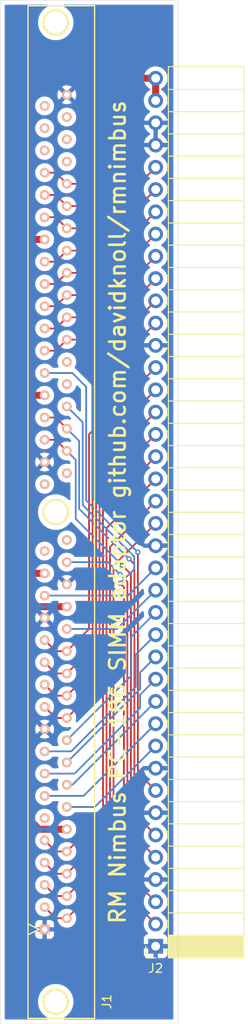
<source format=kicad_pcb>
(kicad_pcb (version 20240108) (generator "pcbnew") (generator_version "8.0")
  (layers (0 "F.Cu" signal) (31 "B.Cu" signal) (34 "B.Paste" user) (35 "F.Paste" user) (36 "B.SilkS" user "B.Silkscreen") (37 "F.SilkS" user "F.Silkscreen") (38 "B.Mask" user) (39 "F.Mask" user) (44 "Edge.Cuts" user))
  (net 0 "")
  (net 2 "/AD0")
  (net 3 "/AD5")
  (net 4 "VCC")
  (net 5 "/~{CASL}")
  (net 6 "/MA8")
  (net 7 "/MA2")
  (net 8 "/AD9")
  (net 9 "/AD1")
  (net 11 "/AD10")
  (net 12 "/~{WR}")
  (net 13 "GND")
  (net 14 "/~{RAS1B}")
  (net 15 "/AD11")
  (net 16 "/AD13")
  (net 17 "/AD2")
  (net 18 "/AD7")
  (net 19 "/AD14")
  (net 20 "/MA0")
  (net 22 "/AD8")
  (net 23 "/AD6")
  (net 24 "/~{CASH}")
  (net 25 "/AD12")
  (net 26 "/MA4")
  (net 31 "/MA1")
  (net 32 "/~{RAS0B}")
  (net 34 "/AD3")
  (net 35 "/AD4")
  (net 36 "/MA7")
  (net 38 "/AD15")
  (net 39 "/MA3")
  (net 42 "/MA5")
  (net 45 "/MA6")
  (footprint "Sockets:SIM72" (layer "F.Cu") (at 115.57 77.47 -90)
    (property "Reference" "J1" (at 55.88 -5.842 90) (layer "F.SilkS"))
    (property "Value" "SIMM72")
    (fp_line (start -57.785 3.175) (end 57.785 3.175) (stroke (width 0.15)) (layer "F.SilkS"))
    (fp_line (start 46.99 3.175) (end 47.625 1.905) (stroke (width 0.15)) (layer "F.SilkS"))
    (fp_line (start 57.785 3.175) (end 57.785 -4.445) (stroke (width 0.15)) (layer "F.SilkS"))
    (fp_line (start 47.625 1.905) (end 48.26 3.175) (stroke (width 0.15)) (layer "F.SilkS"))
    (fp_line (start -57.785 -4.445) (end -57.785 3.175) (stroke (width 0.15)) (layer "F.SilkS"))
    (fp_line (start 57.785 -4.445) (end -57.785 -4.445) (stroke (width 0.15)) (layer "F.SilkS"))
    (pad "" thru_hole circle (at -55.88 0 270) (size 3.048 3.048) (drill 2.54) (layers "*.Cu" "*.Mask" "F.SilkS"))
    (pad "" thru_hole circle (at 0 0 270) (size 3.048 3.048) (drill 2.54) (layers "*.Cu" "*.Mask" "F.SilkS"))
    (pad "" thru_hole circle (at 55.88 0 270) (size 3.048 3.048) (drill 2.54) (layers "*.Cu" "*.Mask" "F.SilkS"))
    (pad "1" thru_hole rect (at 47.625 1.27 270) (size 1.143 1.143) (drill 0.635) (layers "*.Cu" "*.SilkS" "*.Mask") (net 13 "GND"))
    (pad "2" thru_hole circle (at 46.355 -1.27 270) (size 1.143 1.143) (drill 0.635) (layers "*.Cu" "*.SilkS" "*.Mask") (net 2 "/AD0"))
    (pad "3" thru_hole circle (at 45.085 1.27 270) (size 1.143 1.143) (drill 0.635) (layers "*.Cu" "*.SilkS" "*.Mask") (net 2 "/AD0"))
    (pad "4" thru_hole circle (at 43.815 -1.27 270) (size 1.143 1.143) (drill 0.635) (layers "*.Cu" "*.SilkS" "*.Mask") (net 9 "/AD1"))
    (pad "5" thru_hole circle (at 42.545 1.27 270) (size 1.143 1.143) (drill 0.635) (layers "*.Cu" "*.SilkS" "*.Mask") (net 9 "/AD1"))
    (pad "6" thru_hole circle (at 41.275 -1.27 270) (size 1.143 1.143) (drill 0.635) (layers "*.Cu" "*.SilkS" "*.Mask") (net 17 "/AD2"))
    (pad "7" thru_hole circle (at 40.005 1.27 270) (size 1.143 1.143) (drill 0.635) (layers "*.Cu" "*.SilkS" "*.Mask") (net 17 "/AD2"))
    (pad "8" thru_hole circle (at 38.735 -1.27 270) (size 1.143 1.143) (drill 0.635) (layers "*.Cu" "*.SilkS" "*.Mask") (net 34 "/AD3"))
    (pad "9" thru_hole circle (at 37.465 1.27 270) (size 1.143 1.143) (drill 0.635) (layers "*.Cu" "*.SilkS" "*.Mask") (net 34 "/AD3"))
    (pad "10" thru_hole circle (at 36.195 -1.27 270) (size 1.143 1.143) (drill 0.635) (layers "*.Cu" "*.SilkS" "*.Mask") (net 4 "VCC"))
    (pad "11" thru_hole circle (at 34.925 1.27 270) (size 1.143 1.143) (drill 0.635) (layers "*.Cu" "*.SilkS" "*.Mask"))
    (pad "12" thru_hole circle (at 33.655 -1.27 270) (size 1.143 1.143) (drill 0.635) (layers "*.Cu" "*.SilkS" "*.Mask") (net 20 "/MA0"))
    (pad "13" thru_hole circle (at 32.385 1.27 270) (size 1.143 1.143) (drill 0.635) (layers "*.Cu" "*.SilkS" "*.Mask") (net 31 "/MA1"))
    (pad "14" thru_hole circle (at 31.115 -1.27 270) (size 1.143 1.143) (drill 0.635) (layers "*.Cu" "*.SilkS" "*.Mask") (net 7 "/MA2"))
    (pad "15" thru_hole circle (at 29.845 1.27 270) (size 1.143 1.143) (drill 0.635) (layers "*.Cu" "*.SilkS" "*.Mask") (net 39 "/MA3"))
    (pad "16" thru_hole circle (at 28.575 -1.27 270) (size 1.143 1.143) (drill 0.635) (layers "*.Cu" "*.SilkS" "*.Mask") (net 26 "/MA4"))
    (pad "17" thru_hole circle (at 27.305 1.27 270) (size 1.143 1.143) (drill 0.635) (layers "*.Cu" "*.SilkS" "*.Mask") (net 42 "/MA5"))
    (pad "18" thru_hole circle (at 26.035 -1.27 270) (size 1.143 1.143) (drill 0.635) (layers "*.Cu" "*.SilkS" "*.Mask") (net 45 "/MA6"))
    (pad "19" thru_hole circle (at 24.765 1.27 270) (size 1.143 1.143) (drill 0.635) (layers "*.Cu" "*.SilkS" "*.Mask") (net 13 "GND"))
    (pad "20" thru_hole circle (at 23.495 -1.27 270) (size 1.143 1.143) (drill 0.635) (layers "*.Cu" "*.SilkS" "*.Mask") (net 35 "/AD4"))
    (pad "21" thru_hole circle (at 22.225 1.27 270) (size 1.143 1.143) (drill 0.635) (layers "*.Cu" "*.SilkS" "*.Mask") (net 35 "/AD4"))
    (pad "22" thru_hole circle (at 20.955 -1.27 270) (size 1.143 1.143) (drill 0.635) (layers "*.Cu" "*.SilkS" "*.Mask") (net 3 "/AD5"))
    (pad "23" thru_hole circle (at 19.685 1.27 270) (size 1.143 1.143) (drill 0.635) (layers "*.Cu" "*.SilkS" "*.Mask") (net 3 "/AD5"))
    (pad "24" thru_hole circle (at 18.415 -1.27 270) (size 1.143 1.143) (drill 0.635) (layers "*.Cu" "*.SilkS" "*.Mask") (net 23 "/AD6"))
    (pad "25" thru_hole circle (at 17.145 1.27 270) (size 1.143 1.143) (drill 0.635) (layers "*.Cu" "*.SilkS" "*.Mask") (net 23 "/AD6"))
    (pad "26" thru_hole circle (at 15.875 -1.27 270) (size 1.143 1.143) (drill 0.635) (layers "*.Cu" "*.SilkS" "*.Mask") (net 18 "/AD7"))
    (pad "27" thru_hole circle (at 14.605 1.27 270) (size 1.143 1.143) (drill 0.635) (layers "*.Cu" "*.SilkS" "*.Mask") (net 18 "/AD7"))
    (pad "28" thru_hole circle (at 13.335 -1.27 270) (size 1.143 1.143) (drill 0.635) (layers "*.Cu" "*.SilkS" "*.Mask") (net 36 "/MA7"))
    (pad "29" thru_hole circle (at 12.065 1.27 270) (size 1.143 1.143) (drill 0.635) (layers "*.Cu" "*.SilkS" "*.Mask") (net 13 "GND"))
    (pad "30" thru_hole circle (at 10.795 -1.27 270) (size 1.143 1.143) (drill 0.635) (layers "*.Cu" "*.SilkS" "*.Mask") (net 4 "VCC"))
    (pad "31" thru_hole circle (at 9.525 1.27 270) (size 1.143 1.143) (drill 0.635) (layers "*.Cu" "*.SilkS" "*.Mask") (net 6 "/MA8"))
    (pad "32" thru_hole circle (at 8.255 -1.27 270) (size 1.143 1.143) (drill 0.635) (layers "*.Cu" "*.SilkS" "*.Mask") (net 13 "GND"))
    (pad "33" thru_hole circle (at 6.985 1.27 270) (size 1.143 1.143) (drill 0.635) (layers "*.Cu" "*.SilkS" "*.Mask") (net 4 "VCC"))
    (pad "34" thru_hole circle (at 5.715 -1.27 270) (size 1.143 1.143) (drill 0.635) (layers "*.Cu" "*.SilkS" "*.Mask") (net 14 "/~{RAS1B}"))
    (pad "35" thru_hole circle (at 4.445 1.27 270) (size 1.143 1.143) (drill 0.635) (layers "*.Cu" "*.SilkS" "*.Mask"))
    (pad "36" thru_hole circle (at 3.175 -1.27 270) (size 1.143 1.143) (drill 0.635) (layers "*.Cu" "*.SilkS" "*.Mask"))
    (pad "37" thru_hole circle (at -3.175 1.27 270) (size 1.143 1.143) (drill 0.635) (layers "*.Cu" "*.SilkS" "*.Mask"))
    (pad "38" thru_hole circle (at -4.445 -1.27 270) (size 1.143 1.143) (drill 0.635) (layers "*.Cu" "*.SilkS" "*.Mask"))
    (pad "39" thru_hole circle (at -5.715 1.27 270) (size 1.143 1.143) (drill 0.635) (layers "*.Cu" "*.SilkS" "*.Mask") (net 13 "GND"))
    (pad "40" thru_hole circle (at -6.985 -1.27 270) (size 1.143 1.143) (drill 0.635) (layers "*.Cu" "*.SilkS" "*.Mask") (net 5 "/~{CASL}"))
    (pad "41" thru_hole circle (at -8.255 1.27 270) (size 1.143 1.143) (drill 0.635) (layers "*.Cu" "*.SilkS" "*.Mask") (net 5 "/~{CASL}"))
    (pad "42" thru_hole circle (at -9.525 -1.27 270) (size 1.143 1.143) (drill 0.635) (layers "*.Cu" "*.SilkS" "*.Mask") (net 24 "/~{CASH}"))
    (pad "43" thru_hole circle (at -10.795 1.27 270) (size 1.143 1.143) (drill 0.635) (layers "*.Cu" "*.SilkS" "*.Mask") (net 24 "/~{CASH}"))
    (pad "44" thru_hole circle (at -12.065 -1.27 270) (size 1.143 1.143) (drill 0.635) (layers "*.Cu" "*.SilkS" "*.Mask") (net 32 "/~{RAS0B}"))
    (pad "45" thru_hole circle (at -13.335 1.27 270) (size 1.143 1.143) (drill 0.635) (layers "*.Cu" "*.SilkS" "*.Mask") (net 4 "VCC"))
    (pad "46" thru_hole circle (at -14.605 -1.27 270) (size 1.143 1.143) (drill 0.635) (layers "*.Cu" "*.SilkS" "*.Mask"))
    (pad "47" thru_hole circle (at -15.875 1.27 270) (size 1.143 1.143) (drill 0.635) (layers "*.Cu" "*.SilkS" "*.Mask") (net 12 "/~{WR}"))
    (pad "48" thru_hole circle (at -17.145 -1.27 270) (size 1.143 1.143) (drill 0.635) (layers "*.Cu" "*.SilkS" "*.Mask"))
    (pad "49" thru_hole circle (at -18.415 1.27 270) (size 1.143 1.143) (drill 0.635) (layers "*.Cu" "*.SilkS" "*.Mask") (net 22 "/AD8"))
    (pad "50" thru_hole circle (at -19.685 -1.27 270) (size 1.143 1.143) (drill 0.635) (layers "*.Cu" "*.SilkS" "*.Mask") (net 22 "/AD8"))
    (pad "51" thru_hole circle (at -20.955 1.27 270) (size 1.143 1.143) (drill 0.635) (layers "*.Cu" "*.SilkS" "*.Mask") (net 8 "/AD9"))
    (pad "52" thru_hole circle (at -22.225 -1.27 270) (size 1.143 1.143) (drill 0.635) (layers "*.Cu" "*.SilkS" "*.Mask") (net 8 "/AD9"))
    (pad "53" thru_hole circle (at -23.495 1.27 270) (size 1.143 1.143) (drill 0.635) (layers "*.Cu" "*.SilkS" "*.Mask") (net 11 "/AD10"))
    (pad "54" thru_hole circle (at -24.765 -1.27 270) (size 1.143 1.143) (drill 0.635) (layers "*.Cu" "*.SilkS" "*.Mask") (net 11 "/AD10"))
    (pad "55" thru_hole circle (at -26.035 1.27 270) (size 1.143 1.143) (drill 0.635) (layers "*.Cu" "*.SilkS" "*.Mask") (net 15 "/AD11"))
    (pad "56" thru_hole circle (at -27.305 -1.27 270) (size 1.143 1.143) (drill 0.635) (layers "*.Cu" "*.SilkS" "*.Mask") (net 15 "/AD11"))
    (pad "57" thru_hole circle (at -28.575 1.27 270) (size 1.143 1.143) (drill 0.635) (layers "*.Cu" "*.SilkS" "*.Mask") (net 25 "/AD12"))
    (pad "58" thru_hole circle (at -29.845 -1.27 270) (size 1.143 1.143) (drill 0.635) (layers "*.Cu" "*.SilkS" "*.Mask") (net 25 "/AD12"))
    (pad "59" thru_hole circle (at -31.115 1.27 270) (size 1.143 1.143) (drill 0.635) (layers "*.Cu" "*.SilkS" "*.Mask") (net 4 "VCC"))
    (pad "60" thru_hole circle (at -32.385 -1.27 270) (size 1.143 1.143) (drill 0.635) (layers "*.Cu" "*.SilkS" "*.Mask") (net 16 "/AD13"))
    (pad "61" thru_hole circle (at -33.655 1.27 270) (size 1.143 1.143) (drill 0.635) (layers "*.Cu" "*.SilkS" "*.Mask") (net 16 "/AD13"))
    (pad "62" thru_hole circle (at -34.925 -1.27 270) (size 1.143 1.143) (drill 0.635) (layers "*.Cu" "*.SilkS" "*.Mask") (net 19 "/AD14"))
    (pad "63" thru_hole circle (at -36.195 1.27 270) (size 1.143 1.143) (drill 0.635) (layers "*.Cu" "*.SilkS" "*.Mask") (net 19 "/AD14"))
    (pad "64" thru_hole circle (at -37.465 -1.27 270) (size 1.143 1.143) (drill 0.635) (layers "*.Cu" "*.SilkS" "*.Mask") (net 38 "/AD15"))
    (pad "65" thru_hole circle (at -38.735 1.27 270) (size 1.143 1.143) (drill 0.635) (layers "*.Cu" "*.SilkS" "*.Mask") (net 38 "/AD15"))
    (pad "66" thru_hole circle (at -40.005 -1.27 270) (size 1.143 1.143) (drill 0.635) (layers "*.Cu" "*.SilkS" "*.Mask"))
    (pad "67" thru_hole circle (at -41.275 1.27 270) (size 1.143 1.143) (drill 0.635) (layers "*.Cu" "*.SilkS" "*.Mask"))
    (pad "68" thru_hole circle (at -42.545 -1.27 270) (size 1.143 1.143) (drill 0.635) (layers "*.Cu" "*.SilkS" "*.Mask"))
    (pad "69" thru_hole circle (at -43.815 1.27 270) (size 1.143 1.143) (drill 0.635) (layers "*.Cu" "*.SilkS" "*.Mask"))
    (pad "70" thru_hole circle (at -45.085 -1.27 270) (size 1.143 1.143) (drill 0.635) (layers "*.Cu" "*.SilkS" "*.Mask"))
    (pad "71" thru_hole circle (at -46.355 1.27 270) (size 1.143 1.143) (drill 0.635) (layers "*.Cu" "*.SilkS" "*.Mask"))
    (pad "72" thru_hole circle (at -47.625 -1.27 270) (size 1.143 1.143) (drill 0.635) (layers "*.Cu" "*.SilkS" "*.Mask") (net 13 "GND"))
  )
  (footprint "Connector_PinSocket_2.54mm:PinSocket_1x40_P2.54mm_Horizontal" (layer "F.Cu") (at 127 127.02 180)
    (property "Reference" "J2" (at 0 -2.52 360) (layer "F.SilkS"))
    (property "Value" "Nimbus")
    (fp_line (start 1.11 -1.33) (end 1.11 0) (stroke (width 0.12)) (layer "F.SilkS"))
    (fp_line (start 0 -1.33) (end 1.11 -1.33) (stroke (width 0.12)) (layer "F.SilkS"))
    (fp_line (start -1.46 99.42) (end -1.05 99.42) (stroke (width 0.12)) (layer "F.SilkS"))
    (fp_line (start -1.46 98.7) (end -1.05 98.7) (stroke (width 0.12)) (layer "F.SilkS"))
    (fp_line (start -1.46 96.88) (end -1.05 96.88) (stroke (width 0.12)) (layer "F.SilkS"))
    (fp_line (start -1.46 96.16) (end -1.05 96.16) (stroke (width 0.12)) (layer "F.SilkS"))
    (fp_line (start -1.46 94.34) (end -1.05 94.34) (stroke (width 0.12)) (layer "F.SilkS"))
    (fp_line (start -1.46 93.62) (end -1.05 93.62) (stroke (width 0.12)) (layer "F.SilkS"))
    (fp_line (start -1.46 91.8) (end -1.05 91.8) (stroke (width 0.12)) (layer "F.SilkS"))
    (fp_line (start -1.46 91.08) (end -1.05 91.08) (stroke (width 0.12)) (layer "F.SilkS"))
    (fp_line (start -1.46 89.26) (end -1.05 89.26) (stroke (width 0.12)) (layer "F.SilkS"))
    (fp_line (start -1.46 88.54) (end -1.05 88.54) (stroke (width 0.12)) (layer "F.SilkS"))
    (fp_line (start -1.46 86.72) (end -1.05 86.72) (stroke (width 0.12)) (layer "F.SilkS"))
    (fp_line (start -1.46 86) (end -1.05 86) (stroke (width 0.12)) (layer "F.SilkS"))
    (fp_line (start -1.46 84.18) (end -1.05 84.18) (stroke (width 0.12)) (layer "F.SilkS"))
    (fp_line (start -1.46 83.46) (end -1.05 83.46) (stroke (width 0.12)) (layer "F.SilkS"))
    (fp_line (start -1.46 81.64) (end -1.05 81.64) (stroke (width 0.12)) (layer "F.SilkS"))
    (fp_line (start -1.46 80.92) (end -1.05 80.92) (stroke (width 0.12)) (layer "F.SilkS"))
    (fp_line (start -1.46 79.1) (end -1.05 79.1) (stroke (width 0.12)) (layer "F.SilkS"))
    (fp_line (start -1.46 78.38) (end -1.05 78.38) (stroke (width 0.12)) (layer "F.SilkS"))
    (fp_line (start -1.46 76.56) (end -1.05 76.56) (stroke (width 0.12)) (layer "F.SilkS"))
    (fp_line (start -1.46 75.84) (end -1.05 75.84) (stroke (width 0.12)) (layer "F.SilkS"))
    (fp_line (start -1.46 74.02) (end -1.05 74.02) (stroke (width 0.12)) (layer "F.SilkS"))
    (fp_line (start -1.46 73.3) (end -1.05 73.3) (stroke (width 0.12)) (layer "F.SilkS"))
    (fp_line (start -1.46 71.48) (end -1.05 71.48) (stroke (width 0.12)) (layer "F.SilkS"))
    (fp_line (start -1.46 70.76) (end -1.05 70.76) (stroke (width 0.12)) (layer "F.SilkS"))
    (fp_line (start -1.46 68.94) (end -1.05 68.94) (stroke (width 0.12)) (layer "F.SilkS"))
    (fp_line (start -1.46 68.22) (end -1.05 68.22) (stroke (width 0.12)) (layer "F.SilkS"))
    (fp_line (start -1.46 66.4) (end -1.05 66.4) (stroke (width 0.12)) (layer "F.SilkS"))
    (fp_line (start -1.46 65.68) (end -1.05 65.68) (stroke (width 0.12)) (layer "F.SilkS"))
    (fp_line (start -1.46 63.86) (end -1.05 63.86) (stroke (width 0.12)) (layer "F.SilkS"))
    (fp_line (start -1.46 63.14) (end -1.05 63.14) (stroke (width 0.12)) (layer "F.SilkS"))
    (fp_line (start -1.46 61.32) (end -1.05 61.32) (stroke (width 0.12)) (layer "F.SilkS"))
    (fp_line (start -1.46 60.6) (end -1.05 60.6) (stroke (width 0.12)) (layer "F.SilkS"))
    (fp_line (start -1.46 58.78) (end -1.05 58.78) (stroke (width 0.12)) (layer "F.SilkS"))
    (fp_line (start -1.46 58.06) (end -1.05 58.06) (stroke (width 0.12)) (layer "F.SilkS"))
    (fp_line (start -1.46 56.24) (end -1.05 56.24) (stroke (width 0.12)) (layer "F.SilkS"))
    (fp_line (start -1.46 55.52) (end -1.05 55.52) (stroke (width 0.12)) (layer "F.SilkS"))
    (fp_line (start -1.46 53.7) (end -1.05 53.7) (stroke (width 0.12)) (layer "F.SilkS"))
    (fp_line (start -1.46 52.98) (end -1.05 52.98) (stroke (width 0.12)) (layer "F.SilkS"))
    (fp_line (start -1.46 51.16) (end -1.05 51.16) (stroke (width 0.12)) (layer "F.SilkS"))
    (fp_line (start -1.46 50.44) (end -1.05 50.44) (stroke (width 0.12)) (layer "F.SilkS"))
    (fp_line (start -1.46 48.62) (end -1.05 48.62) (stroke (width 0.12)) (layer "F.SilkS"))
    (fp_line (start -1.46 47.9) (end -1.05 47.9) (stroke (width 0.12)) (layer "F.SilkS"))
    (fp_line (start -1.46 46.08) (end -1.05 46.08) (stroke (width 0.12)) (layer "F.SilkS"))
    (fp_line (start -1.46 45.36) (end -1.05 45.36) (stroke (width 0.12)) (layer "F.SilkS"))
    (fp_line (start -1.46 43.54) (end -1.05 43.54) (stroke (width 0.12)) (layer "F.SilkS"))
    (fp_line (start -1.46 42.82) (end -1.05 42.82) (stroke (width 0.12)) (layer "F.SilkS"))
    (fp_line (start -1.46 41) (end -1.05 41) (stroke (width 0.12)) (layer "F.SilkS"))
    (fp_line (start -1.46 40.28) (end -1.05 40.28) (stroke (width 0.12)) (layer "F.SilkS"))
    (fp_line (start -1.46 38.46) (end -1.05 38.46) (stroke (width 0.12)) (layer "F.SilkS"))
    (fp_line (start -1.46 37.74) (end -1.05 37.74) (stroke (width 0.12)) (layer "F.SilkS"))
    (fp_line (start -1.46 35.92) (end -1.05 35.92) (stroke (width 0.12)) (layer "F.SilkS"))
    (fp_line (start -1.46 35.2) (end -1.05 35.2) (stroke (width 0.12)) (layer "F.SilkS"))
    (fp_line (start -1.46 33.38) (end -1.05 33.38) (stroke (width 0.12)) (layer "F.SilkS"))
    (fp_line (start -1.46 32.66) (end -1.05 32.66) (stroke (width 0.12)) (layer "F.SilkS"))
    (fp_line (start -1.46 30.84) (end -1.05 30.84) (stroke (width 0.12)) (layer "F.SilkS"))
    (fp_line (start -1.46 30.12) (end -1.05 30.12) (stroke (width 0.12)) (layer "F.SilkS"))
    (fp_line (start -1.46 28.3) (end -1.05 28.3) (stroke (width 0.12)) (layer "F.SilkS"))
    (fp_line (start -1.46 27.58) (end -1.05 27.58) (stroke (width 0.12)) (layer "F.SilkS"))
    (fp_line (start -1.46 25.76) (end -1.05 25.76) (stroke (width 0.12)) (layer "F.SilkS"))
    (fp_line (start -1.46 25.04) (end -1.05 25.04) (stroke (width 0.12)) (layer "F.SilkS"))
    (fp_line (start -1.46 23.22) (end -1.05 23.22) (stroke (width 0.12)) (layer "F.SilkS"))
    (fp_line (start -1.46 22.5) (end -1.05 22.5) (stroke (width 0.12)) (layer "F.SilkS"))
    (fp_line (start -1.46 20.68) (end -1.05 20.68) (stroke (width 0.12)) (layer "F.SilkS"))
    (fp_line (start -1.46 19.96) (end -1.05 19.96) (stroke (width 0.12)) (layer "F.SilkS"))
    (fp_line (start -1.46 18.14) (end -1.05 18.14) (stroke (width 0.12)) (layer "F.SilkS"))
    (fp_line (start -1.46 17.42) (end -1.05 17.42) (stroke (width 0.12)) (layer "F.SilkS"))
    (fp_line (start -1.46 15.6) (end -1.05 15.6) (stroke (width 0.12)) (layer "F.SilkS"))
    (fp_line (start -1.46 14.88) (end -1.05 14.88) (stroke (width 0.12)) (layer "F.SilkS"))
    (fp_line (start -1.46 13.06) (end -1.05 13.06) (stroke (width 0.12)) (layer "F.SilkS"))
    (fp_line (start -1.46 12.34) (end -1.05 12.34) (stroke (width 0.12)) (layer "F.SilkS"))
    (fp_line (start -1.46 10.52) (end -1.05 10.52) (stroke (width 0.12)) (layer "F.SilkS"))
    (fp_line (start -1.46 9.8) (end -1.05 9.8) (stroke (width 0.12)) (layer "F.SilkS"))
    (fp_line (start -1.46 7.98) (end -1.05 7.98) (stroke (width 0.12)) (layer "F.SilkS"))
    (fp_line (start -1.46 7.26) (end -1.05 7.26) (stroke (width 0.12)) (layer "F.SilkS"))
    (fp_line (start -1.46 5.44) (end -1.05 5.44) (stroke (width 0.12)) (layer "F.SilkS"))
    (fp_line (start -1.46 4.72) (end -1.05 4.72) (stroke (width 0.12)) (layer "F.SilkS"))
    (fp_line (start -1.46 2.9) (end -1.05 2.9) (stroke (width 0.12)) (layer "F.SilkS"))
    (fp_line (start -1.46 2.18) (end -1.05 2.18) (stroke (width 0.12)) (layer "F.SilkS"))
    (fp_line (start -1.46 0.36) (end -1.11 0.36) (stroke (width 0.12)) (layer "F.SilkS"))
    (fp_line (start -1.46 -0.36) (end -1.11 -0.36) (stroke (width 0.12)) (layer "F.SilkS"))
    (fp_line (start -1.46 -1.33) (end -1.46 100.39) (stroke (width 0.12)) (layer "F.SilkS"))
    (fp_line (start -10.09 100.39) (end -1.46 100.39) (stroke (width 0.12)) (layer "F.SilkS"))
    (fp_line (start -10.09 97.79) (end -1.46 97.79) (stroke (width 0.12)) (layer "F.SilkS"))
    (fp_line (start -10.09 95.25) (end -1.46 95.25) (stroke (width 0.12)) (layer "F.SilkS"))
    (fp_line (start -10.09 92.71) (end -1.46 92.71) (stroke (width 0.12)) (layer "F.SilkS"))
    (fp_line (start -10.09 90.17) (end -1.46 90.17) (stroke (width 0.12)) (layer "F.SilkS"))
    (fp_line (start -10.09 87.63) (end -1.46 87.63) (stroke (width 0.12)) (layer "F.SilkS"))
    (fp_line (start -10.09 85.09) (end -1.46 85.09) (stroke (width 0.12)) (layer "F.SilkS"))
    (fp_line (start -10.09 82.55) (end -1.46 82.55) (stroke (width 0.12)) (layer "F.SilkS"))
    (fp_line (start -10.09 80.01) (end -1.46 80.01) (stroke (width 0.12)) (layer "F.SilkS"))
    (fp_line (start -10.09 77.47) (end -1.46 77.47) (stroke (width 0.12)) (layer "F.SilkS"))
    (fp_line (start -10.09 74.93) (end -1.46 74.93) (stroke (width 0.12)) (layer "F.SilkS"))
    (fp_line (start -10.09 72.39) (end -1.46 72.39) (stroke (width 0.12)) (layer "F.SilkS"))
    (fp_line (start -10.09 69.85) (end -1.46 69.85) (stroke (width 0.12)) (layer "F.SilkS"))
    (fp_line (start -10.09 67.31) (end -1.46 67.31) (stroke (width 0.12)) (layer "F.SilkS"))
    (fp_line (start -10.09 64.77) (end -1.46 64.77) (stroke (width 0.12)) (layer "F.SilkS"))
    (fp_line (start -10.09 62.23) (end -1.46 62.23) (stroke (width 0.12)) (layer "F.SilkS"))
    (fp_line (start -10.09 59.69) (end -1.46 59.69) (stroke (width 0.12)) (layer "F.SilkS"))
    (fp_line (start -10.09 57.15) (end -1.46 57.15) (stroke (width 0.12)) (layer "F.SilkS"))
    (fp_line (start -10.09 54.61) (end -1.46 54.61) (stroke (width 0.12)) (layer "F.SilkS"))
    (fp_line (start -10.09 52.07) (end -1.46 52.07) (stroke (width 0.12)) (layer "F.SilkS"))
    (fp_line (start -10.09 49.53) (end -1.46 49.53) (stroke (width 0.12)) (layer "F.SilkS"))
    (fp_line (start -10.09 46.99) (end -1.46 46.99) (stroke (width 0.12)) (layer "F.SilkS"))
    (fp_line (start -10.09 44.45) (end -1.46 44.45) (stroke (width 0.12)) (layer "F.SilkS"))
    (fp_line (start -10.09 41.91) (end -1.46 41.91) (stroke (width 0.12)) (layer "F.SilkS"))
    (fp_line (start -10.09 39.37) (end -1.46 39.37) (stroke (width 0.12)) (layer "F.SilkS"))
    (fp_line (start -10.09 36.83) (end -1.46 36.83) (stroke (width 0.12)) (layer "F.SilkS"))
    (fp_line (start -10.09 34.29) (end -1.46 34.29) (stroke (width 0.12)) (layer "F.SilkS"))
    (fp_line (start -10.09 31.75) (end -1.46 31.75) (stroke (width 0.12)) (layer "F.SilkS"))
    (fp_line (start -10.09 29.21) (end -1.46 29.21) (stroke (width 0.12)) (layer "F.SilkS"))
    (fp_line (start -10.09 26.67) (end -1.46 26.67) (stroke (width 0.12)) (layer "F.SilkS"))
    (fp_line (start -10.09 24.13) (end -1.46 24.13) (stroke (width 0.12)) (layer "F.SilkS"))
    (fp_line (start -10.09 21.59) (end -1.46 21.59) (stroke (width 0.12)) (layer "F.SilkS"))
    (fp_line (start -10.09 19.05) (end -1.46 19.05) (stroke (width 0.12)) (layer "F.SilkS"))
    (fp_line (start -10.09 16.51) (end -1.46 16.51) (stroke (width 0.12)) (layer "F.SilkS"))
    (fp_line (start -10.09 13.97) (end -1.46 13.97) (stroke (width 0.12)) (layer "F.SilkS"))
    (fp_line (start -10.09 11.43) (end -1.46 11.43) (stroke (width 0.12)) (layer "F.SilkS"))
    (fp_line (start -10.09 8.89) (end -1.46 8.89) (stroke (width 0.12)) (layer "F.SilkS"))
    (fp_line (start -10.09 6.35) (end -1.46 6.35) (stroke (width 0.12)) (layer "F.SilkS"))
    (fp_line (start -10.09 3.81) (end -1.46 3.81) (stroke (width 0.12)) (layer "F.SilkS"))
    (fp_line (start -10.09 1.27) (end -1.46 1.27) (stroke (width 0.12)) (layer "F.SilkS"))
    (fp_line (start -10.09 1.1519) (end -1.46 1.1519) (stroke (width 0.12)) (layer "F.SilkS"))
    (fp_line (start -10.09 1.033805) (end -1.46 1.033805) (stroke (width 0.12)) (layer "F.SilkS"))
    (fp_line (start -10.09 0.91571) (end -1.46 0.91571) (stroke (width 0.12)) (layer "F.SilkS"))
    (fp_line (start -10.09 0.797615) (end -1.46 0.797615) (stroke (width 0.12)) (layer "F.SilkS"))
    (fp_line (start -10.09 0.67952) (end -1.46 0.67952) (stroke (width 0.12)) (layer "F.SilkS"))
    (fp_line (start -10.09 0.561425) (end -1.46 0.561425) (stroke (width 0.12)) (layer "F.SilkS"))
    (fp_line (start -10.09 0.44333) (end -1.46 0.44333) (stroke (width 0.12)) (layer "F.SilkS"))
    (fp_line (start -10.09 0.325235) (end -1.46 0.325235) (stroke (width 0.12)) (layer "F.SilkS"))
    (fp_line (start -10.09 0.20714) (end -1.46 0.20714) (stroke (width 0.12)) (layer "F.SilkS"))
    (fp_line (start -10.09 0.089045) (end -1.46 0.089045) (stroke (width 0.12)) (layer "F.SilkS"))
    (fp_line (start -10.09 -0.02905) (end -1.46 -0.02905) (stroke (width 0.12)) (layer "F.SilkS"))
    (fp_line (start -10.09 -0.147145) (end -1.46 -0.147145) (stroke (width 0.12)) (layer "F.SilkS"))
    (fp_line (start -10.09 -0.26524) (end -1.46 -0.26524) (stroke (width 0.12)) (layer "F.SilkS"))
    (fp_line (start -10.09 -0.383335) (end -1.46 -0.383335) (stroke (width 0.12)) (layer "F.SilkS"))
    (fp_line (start -10.09 -0.50143) (end -1.46 -0.50143) (stroke (width 0.12)) (layer "F.SilkS"))
    (fp_line (start -10.09 -0.619525) (end -1.46 -0.619525) (stroke (width 0.12)) (layer "F.SilkS"))
    (fp_line (start -10.09 -0.73762) (end -1.46 -0.73762) (stroke (width 0.12)) (layer "F.SilkS"))
    (fp_line (start -10.09 -0.855715) (end -1.46 -0.855715) (stroke (width 0.12)) (layer "F.SilkS"))
    (fp_line (start -10.09 -0.97381) (end -1.46 -0.97381) (stroke (width 0.12)) (layer "F.SilkS"))
    (fp_line (start -10.09 -1.091905) (end -1.46 -1.091905) (stroke (width 0.12)) (layer "F.SilkS"))
    (fp_line (start -10.09 -1.21) (end -1.46 -1.21) (stroke (width 0.12)) (layer "F.SilkS"))
    (fp_line (start -10.09 -1.33) (end -1.46 -1.33) (stroke (width 0.12)) (layer "F.SilkS"))
    (fp_line (start -10.09 -1.33) (end -10.09 100.39) (stroke (width 0.12)) (layer "F.SilkS"))
    (pad "1" thru_hole rect (at 0 0 180) (size 1.7 1.7) (drill 1) (layers "*.Cu" "*.Mask") (net 13 "GND"))
    (pad "2" thru_hole oval (at 0 2.54 180) (size 1.7 1.7) (drill 1) (layers "*.Cu" "*.Mask") (net 32 "/~{RAS0B}"))
    (pad "3" thru_hole oval (at 0 5.08 180) (size 1.7 1.7) (drill 1) (layers "*.Cu" "*.Mask") (net 14 "/~{RAS1B}"))
    (pad "4" thru_hole oval (at 0 7.62 180) (size 1.7 1.7) (drill 1) (layers "*.Cu" "*.Mask") (net 13 "GND"))
    (pad "5" thru_hole oval (at 0 10.16 180) (size 1.7 1.7) (drill 1) (layers "*.Cu" "*.Mask") (net 5 "/~{CASL}"))
    (pad "6" thru_hole oval (at 0 12.7 180) (size 1.7 1.7) (drill 1) (layers "*.Cu" "*.Mask") (net 24 "/~{CASH}"))
    (pad "7" thru_hole oval (at 0 15.24 180) (size 1.7 1.7) (drill 1) (layers "*.Cu" "*.Mask") (net 13 "GND"))
    (pad "8" thru_hole oval (at 0 17.78 180) (size 1.7 1.7) (drill 1) (layers "*.Cu" "*.Mask") (net 12 "/~{WR}"))
    (pad "9" thru_hole oval (at 0 20.32 180) (size 1.7 1.7) (drill 1) (layers "*.Cu" "*.Mask") (net 13 "GND"))
    (pad "10" thru_hole oval (at 0 22.86 180) (size 1.7 1.7) (drill 1) (layers "*.Cu" "*.Mask") (net 20 "/MA0"))
    (pad "11" thru_hole oval (at 0 25.4 180) (size 1.7 1.7) (drill 1) (layers "*.Cu" "*.Mask") (net 31 "/MA1"))
    (pad "12" thru_hole oval (at 0 27.94 180) (size 1.7 1.7) (drill 1) (layers "*.Cu" "*.Mask") (net 7 "/MA2"))
    (pad "13" thru_hole oval (at 0 30.48 180) (size 1.7 1.7) (drill 1) (layers "*.Cu" "*.Mask") (net 39 "/MA3"))
    (pad "14" thru_hole oval (at 0 33.02 180) (size 1.7 1.7) (drill 1) (layers "*.Cu" "*.Mask") (net 26 "/MA4"))
    (pad "15" thru_hole oval (at 0 35.56 180) (size 1.7 1.7) (drill 1) (layers "*.Cu" "*.Mask") (net 42 "/MA5"))
    (pad "16" thru_hole oval (at 0 38.1 180) (size 1.7 1.7) (drill 1) (layers "*.Cu" "*.Mask") (net 45 "/MA6"))
    (pad "17" thru_hole oval (at 0 40.64 180) (size 1.7 1.7) (drill 1) (layers "*.Cu" "*.Mask") (net 36 "/MA7"))
    (pad "18" thru_hole oval (at 0 43.18 180) (size 1.7 1.7) (drill 1) (layers "*.Cu" "*.Mask") (net 6 "/MA8"))
    (pad "19" thru_hole oval (at 0 45.72 180) (size 1.7 1.7) (drill 1) (layers "*.Cu" "*.Mask") (net 13 "GND"))
    (pad "20" thru_hole oval (at 0 48.26 180) (size 1.7 1.7) (drill 1) (layers "*.Cu" "*.Mask") (net 2 "/AD0"))
    (pad "21" thru_hole oval (at 0 50.8 180) (size 1.7 1.7) (drill 1) (layers "*.Cu" "*.Mask") (net 9 "/AD1"))
    (pad "22" thru_hole oval (at 0 53.34 180) (size 1.7 1.7) (drill 1) (layers "*.Cu" "*.Mask") (net 17 "/AD2"))
    (pad "23" thru_hole oval (at 0 55.88 180) (size 1.7 1.7) (drill 1) (layers "*.Cu" "*.Mask") (net 34 "/AD3"))
    (pad "24" thru_hole oval (at 0 58.42 180) (size 1.7 1.7) (drill 1) (layers "*.Cu" "*.Mask") (net 35 "/AD4"))
    (pad "25" thru_hole oval (at 0 60.96 180) (size 1.7 1.7) (drill 1) (layers "*.Cu" "*.Mask") (net 3 "/AD5"))
    (pad "26" thru_hole oval (at 0 63.5 180) (size 1.7 1.7) (drill 1) (layers "*.Cu" "*.Mask") (net 23 "/AD6"))
    (pad "27" thru_hole oval (at 0 66.04 180) (size 1.7 1.7) (drill 1) (layers "*.Cu" "*.Mask") (net 18 "/AD7"))
    (pad "28" thru_hole oval (at 0 68.58 180) (size 1.7 1.7) (drill 1) (layers "*.Cu" "*.Mask") (net 13 "GND"))
    (pad "29" thru_hole oval (at 0 71.12 180) (size 1.7 1.7) (drill 1) (layers "*.Cu" "*.Mask") (net 22 "/AD8"))
    (pad "30" thru_hole oval (at 0 73.66 180) (size 1.7 1.7) (drill 1) (layers "*.Cu" "*.Mask") (net 8 "/AD9"))
    (pad "31" thru_hole oval (at 0 76.2 180) (size 1.7 1.7) (drill 1) (layers "*.Cu" "*.Mask") (net 11 "/AD10"))
    (pad "32" thru_hole oval (at 0 78.74 180) (size 1.7 1.7) (drill 1) (layers "*.Cu" "*.Mask") (net 15 "/AD11"))
    (pad "33" thru_hole oval (at 0 81.28 180) (size 1.7 1.7) (drill 1) (layers "*.Cu" "*.Mask") (net 25 "/AD12"))
    (pad "34" thru_hole oval (at 0 83.82 180) (size 1.7 1.7) (drill 1) (layers "*.Cu" "*.Mask") (net 16 "/AD13"))
    (pad "35" thru_hole oval (at 0 86.36 180) (size 1.7 1.7) (drill 1) (layers "*.Cu" "*.Mask") (net 19 "/AD14"))
    (pad "36" thru_hole oval (at 0 88.9 180) (size 1.7 1.7) (drill 1) (layers "*.Cu" "*.Mask") (net 38 "/AD15"))
    (pad "37" thru_hole oval (at 0 91.44 180) (size 1.7 1.7) (drill 1) (layers "*.Cu" "*.Mask") (net 13 "GND"))
    (pad "38" thru_hole oval (at 0 93.98 180) (size 1.7 1.7) (drill 1) (layers "*.Cu" "*.Mask") (net 13 "GND"))
    (pad "39" thru_hole oval (at 0 96.52 180) (size 1.7 1.7) (drill 1) (layers "*.Cu" "*.Mask") (net 4 "VCC"))
    (pad "40" thru_hole oval (at 0 99.06 180) (size 1.7 1.7) (drill 1) (layers "*.Cu" "*.Mask") (net 4 "VCC"))
  )
  (gr_rect (start 109.22 19.05) (end 129.54 135.89) (stroke (width 0.05)) (fill none) (layer "Edge.Cuts"))
  (gr_text "RM Nimbus PC-186 SIMM adaptor github.com/davidknoll/rmnimbus" (at 123.698 77.47 90) (layer "F.SilkS") (effects (font (size 1.8 1.8) (thickness 0.3) (bold yes)) (justify bottom)))
  (segment (start 122.18 83.58) (end 122.18 118.485) (width 0.2) (layer "F.Cu") (net 2))
  (segment (start 115.57 123.825) (end 114.3 122.555) (width 0.2) (layer "F.Cu") (net 2))
  (segment (start 116.84 123.825) (end 115.57 123.825) (width 0.2) (layer "F.Cu") (net 2))
  (segment (start 127 78.76) (end 122.18 83.58) (width 0.2) (layer "F.Cu") (net 2))
  (segment (start 122.18 118.485) (end 116.84 123.825) (width 0.2) (layer "F.Cu") (net 2))
  (segment (start 127 66.06) (end 120.18 72.88) (width 0.2) (layer "F.Cu") (net 3))
  (segment (start 115.57 98.425) (end 114.3 97.155) (width 0.2) (layer "F.Cu") (net 3))
  (segment (start 120.18 72.88) (end 120.18 95.085) (width 0.2) (layer "F.Cu") (net 3))
  (segment (start 120.18 95.085) (end 116.84 98.425) (width 0.2) (layer "F.Cu") (net 3))
  (segment (start 116.84 98.425) (end 115.57 98.425) (width 0.2) (layer "F.Cu") (net 3))
  (segment (start 114.3 46.355) (end 111.887 46.355) (width 0.8) (layer "F.Cu") (net 4))
  (segment (start 114.28 27.96) (end 111.76 30.48) (width 0.8) (layer "F.Cu") (net 4))
  (segment (start 111.76 84.582) (end 111.76 88.392) (width 0.8) (layer "F.Cu") (net 4))
  (segment (start 111.76 111.76) (end 113.665 113.665) (width 0.8) (layer "F.Cu") (net 4))
  (segment (start 127 27.96) (end 114.28 27.96) (width 0.8) (layer "F.Cu") (net 4))
  (segment (start 111.887 88.265) (end 111.76 88.392) (width 0.8) (layer "F.Cu") (net 4))
  (segment (start 111.887 84.455) (end 111.76 84.582) (width 0.8) (layer "F.Cu") (net 4))
  (segment (start 114.3 64.135) (end 111.887 64.135) (width 0.8) (layer "F.Cu") (net 4))
  (segment (start 113.665 113.665) (end 116.84 113.665) (width 0.8) (layer "F.Cu") (net 4))
  (segment (start 116.84 88.265) (end 111.887 88.265) (width 0.8) (layer "F.Cu") (net 4))
  (segment (start 114.3 84.455) (end 111.887 84.455) (width 0.8) (layer "F.Cu") (net 4))
  (segment (start 111.887 64.135) (end 111.76 64.262) (width 0.8) (layer "F.Cu") (net 4))
  (segment (start 111.76 88.392) (end 111.76 111.76) (width 0.8) (layer "F.Cu") (net 4))
  (segment (start 127 27.96) (end 127 30.5) (width 0.8) (layer "F.Cu") (net 4))
  (segment (start 111.76 30.48) (end 111.76 46.482) (width 0.8) (layer "F.Cu") (net 4))
  (segment (start 111.76 64.262) (end 111.76 84.582) (width 0.8) (layer "F.Cu") (net 4))
  (segment (start 111.887 46.355) (end 111.76 46.482) (width 0.8) (layer "F.Cu") (net 4))
  (segment (start 111.76 46.482) (end 111.76 64.262) (width 0.8) (layer "F.Cu") (net 4))
  (segment (start 115.57 69.215) (end 116.84 70.485) (width 0.2) (layer "F.Cu") (net 5))
  (segment (start 124.168 84.544) (end 124.168 114.028) (width 0.2) (layer "F.Cu") (net 5))
  (segment (start 123.19 83.566) (end 124.168 84.544) (width 0.2) (layer "F.Cu") (net 5))
  (segment (start 114.3 69.215) (end 115.57 69.215) (width 0.2) (layer "F.Cu") (net 5))
  (segment (start 124.168 114.028) (end 127 116.86) (width 0.2) (layer "F.Cu") (net 5))
  (via (at 123.19 83.566) (size 0.6) (drill 0.3) (layers "F.Cu" "B.Cu") (net 5))
  (segment (start 117.856 78.232) (end 117.856 71.501) (width 0.2) (layer "B.Cu") (net 5))
  (segment (start 123.19 83.566) (end 117.856 78.232) (width 0.2) (layer "B.Cu") (net 5))
  (segment (start 117.856 71.501) (end 116.84 70.485) (width 0.2) (layer "B.Cu") (net 5))
  (segment (start 123.845 86.995) (end 127 83.84) (width 0.2) (layer "B.Cu") (net 6))
  (segment (start 114.3 86.995) (end 123.845 86.995) (width 0.2) (layer "B.Cu") (net 6))
  (segment (start 127 99.08) (end 117.495 108.585) (width 0.2) (layer "B.Cu") (net 7))
  (segment (start 117.495 108.585) (end 116.84 108.585) (width 0.2) (layer "B.Cu") (net 7))
  (segment (start 114.3 56.515) (end 115.57 56.515) (width 0.2) (layer "F.Cu") (net 8))
  (segment (start 116.84 55.245) (end 125.115 55.245) (width 0.2) (layer "F.Cu") (net 8))
  (segment (start 125.115 55.245) (end 127 53.36) (width 0.2) (layer "F.Cu") (net 8))
  (segment (start 115.57 56.515) (end 116.84 55.245) (width 0.2) (layer "F.Cu") (net 8))
  (segment (start 121.78 81.44) (end 121.78 116.345) (width 0.2) (layer "F.Cu") (net 9))
  (segment (start 127 76.22) (end 121.78 81.44) (width 0.2) (layer "F.Cu") (net 9))
  (segment (start 115.57 121.285) (end 114.3 120.015) (width 0.2) (layer "F.Cu") (net 9))
  (segment (start 116.84 121.285) (end 115.57 121.285) (width 0.2) (layer "F.Cu") (net 9))
  (segment (start 121.78 116.345) (end 116.84 121.285) (width 0.2) (layer "F.Cu") (net 9))
  (segment (start 114.3 53.975) (end 115.57 53.975) (width 0.2) (layer "F.Cu") (net 11))
  (segment (start 115.57 53.975) (end 116.84 52.705) (width 0.2) (layer "F.Cu") (net 11))
  (segment (start 125.115 52.705) (end 127 50.82) (width 0.2) (layer "F.Cu") (net 11))
  (segment (start 116.84 52.705) (end 125.115 52.705) (width 0.2) (layer "F.Cu") (net 11))
  (segment (start 124.968 107.208) (end 127 109.24) (width 0.2) (layer "F.Cu") (net 12))
  (segment (start 124.968 82.042) (end 124.968 107.208) (width 0.2) (layer "F.Cu") (net 12))
  (via (at 124.968 82.042) (size 0.6) (drill 0.3) (layers "F.Cu" "B.Cu") (net 12))
  (segment (start 117.475 61.595) (end 114.3 61.595) (width 0.2) (layer "B.Cu") (net 12))
  (segment (start 124.968 82.042) (end 119.056 76.13) (width 0.2) (layer "B.Cu") (net 12))
  (segment (start 119.056 76.13) (end 119.056 63.176) (width 0.2) (layer "B.Cu") (net 12))
  (segment (start 119.056 63.176) (end 117.475 61.595) (width 0.2) (layer "B.Cu") (net 12))
  (segment (start 123.768 85.414) (end 123.768 118.708) (width 0.2) (layer "F.Cu") (net 14))
  (segment (start 123.768 118.708) (end 127 121.94) (width 0.2) (layer "F.Cu") (net 14))
  (segment (start 122.936 84.582) (end 123.768 85.414) (width 0.2) (layer "F.Cu") (net 14))
  (via (at 122.936 84.582) (size 0.6) (drill 0.3) (layers "F.Cu" "B.Cu") (net 14))
  (segment (start 121.539 83.185) (end 116.84 83.185) (width 0.2) (layer "B.Cu") (net 14))
  (segment (start 122.936 84.582) (end 121.539 83.185) (width 0.2) (layer "B.Cu") (net 14))
  (segment (start 115.57 51.435) (end 116.84 50.165) (width 0.2) (layer "F.Cu") (net 15))
  (segment (start 125.115 50.165) (end 127 48.28) (width 0.2) (layer "F.Cu") (net 15))
  (segment (start 116.84 50.165) (end 125.115 50.165) (width 0.2) (layer "F.Cu") (net 15))
  (segment (start 114.3 51.435) (end 115.57 51.435) (width 0.2) (layer "F.Cu") (net 15))
  (segment (start 125.115 45.085) (end 127 43.2) (width 0.2) (layer "F.Cu") (net 16))
  (segment (start 116.84 45.085) (end 125.115 45.085) (width 0.2) (layer "F.Cu") (net 16))
  (segment (start 115.57 43.815) (end 116.84 45.085) (width 0.2) (layer "F.Cu") (net 16))
  (segment (start 114.3 43.815) (end 115.57 43.815) (width 0.2) (layer "F.Cu") (net 16))
  (segment (start 121.38 79.3) (end 121.38 114.205) (width 0.2) (layer "F.Cu") (net 17))
  (segment (start 116.84 118.745) (end 115.57 118.745) (width 0.2) (layer "F.Cu") (net 17))
  (segment (start 115.57 118.745) (end 114.3 117.475) (width 0.2) (layer "F.Cu") (net 17))
  (segment (start 127 73.68) (end 121.38 79.3) (width 0.2) (layer "F.Cu") (net 17))
  (segment (start 121.38 114.205) (end 116.84 118.745) (width 0.2) (layer "F.Cu") (net 17))
  (segment (start 119.38 68.6) (end 119.38 90.805) (width 0.2) (layer "F.Cu") (net 18))
  (segment (start 119.38 90.805) (end 116.84 93.345) (width 0.2) (layer "F.Cu") (net 18))
  (segment (start 116.84 93.345) (end 115.57 93.345) (width 0.2) (layer "F.Cu") (net 18))
  (segment (start 115.57 93.345) (end 114.3 92.075) (width 0.2) (layer "F.Cu") (net 18))
  (segment (start 127 60.98) (end 119.38 68.6) (width 0.2) (layer "F.Cu") (net 18))
  (segment (start 114.3 41.275) (end 115.57 41.275) (width 0.2) (layer "F.Cu") (net 19))
  (segment (start 115.57 41.275) (end 116.84 42.545) (width 0.2) (layer "F.Cu") (net 19))
  (segment (start 116.84 42.545) (end 125.115 42.545) (width 0.2) (layer "F.Cu") (net 19))
  (segment (start 125.115 42.545) (end 127 40.66) (width 0.2) (layer "F.Cu") (net 19))
  (segment (start 116.84 111.125) (end 120.035 111.125) (width 0.2) (layer "B.Cu") (net 20))
  (segment (start 120.035 111.125) (end 127 104.16) (width 0.2) (layer "B.Cu") (net 20))
  (segment (start 115.57 59.055) (end 116.84 57.785) (width 0.2) (layer "F.Cu") (net 22))
  (segment (start 116.84 57.785) (end 125.115 57.785) (width 0.2) (layer "F.Cu") (net 22))
  (segment (start 125.115 57.785) (end 127 55.9) (width 0.2) (layer "F.Cu") (net 22))
  (segment (start 114.3 59.055) (end 115.57 59.055) (width 0.2) (layer "F.Cu") (net 22))
  (segment (start 119.78 92.945) (end 116.84 95.885) (width 0.2) (layer "F.Cu") (net 23))
  (segment (start 119.78 70.74) (end 119.78 92.945) (width 0.2) (layer "F.Cu") (net 23))
  (segment (start 115.57 95.885) (end 114.3 94.615) (width 0.2) (layer "F.Cu") (net 23))
  (segment (start 116.84 95.885) (end 115.57 95.885) (width 0.2) (layer "F.Cu") (net 23))
  (segment (start 127 63.52) (end 119.78 70.74) (width 0.2) (layer "F.Cu") (net 23))
  (segment (start 124.568 83.42) (end 123.952 82.804) (width 0.2) (layer "F.Cu") (net 24))
  (segment (start 114.3 66.675) (end 115.57 66.675) (width 0.2) (layer "F.Cu") (net 24))
  (segment (start 115.57 66.675) (end 116.84 67.945) (width 0.2) (layer "F.Cu") (net 24))
  (segment (start 124.568 111.888) (end 124.568 83.42) (width 0.2) (layer "F.Cu") (net 24))
  (segment (start 127 114.32) (end 124.568 111.888) (width 0.2) (layer "F.Cu") (net 24))
  (via (at 123.952 82.804) (size 0.6) (drill 0.3) (layers "F.Cu" "B.Cu") (net 24))
  (segment (start 118.256 69.361) (end 116.84 67.945) (width 0.2) (layer "B.Cu") (net 24))
  (segment (start 123.952 82.804) (end 118.256 77.108) (width 0.2) (layer "B.Cu") (net 24))
  (segment (start 118.256 77.108) (end 118.256 69.361) (width 0.2) (layer "B.Cu") (net 24))
  (segment (start 125.115 47.625) (end 127 45.74) (width 0.2) (layer "F.Cu") (net 25))
  (segment (start 115.57 48.895) (end 116.84 47.625) (width 0.2) (layer "F.Cu") (net 25))
  (segment (start 116.84 47.625) (end 125.115 47.625) (width 0.2) (layer "F.Cu") (net 25))
  (segment (start 114.3 48.895) (end 115.57 48.895) (width 0.2) (layer "F.Cu") (net 25))
  (segment (start 125.222 97.663) (end 125.222 95.778) (width 0.2) (layer "B.Cu") (net 26))
  (segment (start 125.222 95.778) (end 127 94) (width 0.2) (layer "B.Cu") (net 26))
  (segment (start 116.84 106.045) (end 125.222 97.663) (width 0.2) (layer "B.Cu") (net 26))
  (segment (start 114.3 109.855) (end 118.765 109.855) (width 0.2) (layer "B.Cu") (net 31))
  (segment (start 118.765 109.855) (end 127 101.62) (width 0.2) (layer "B.Cu") (net 31))
  (segment (start 123.368 120.848) (end 127 124.48) (width 0.2) (layer "F.Cu") (net 32))
  (segment (start 123.368 86.03) (end 123.368 120.848) (width 0.2) (layer "F.Cu") (net 32))
  (segment (start 122.936 85.598) (end 123.368 86.03) (width 0.2) (layer "F.Cu") (net 32))
  (via (at 122.936 85.598) (size 0.6) (drill 0.3) (layers "F.Cu" "B.Cu") (net 32))
  (segment (start 124.552 82.555471) (end 118.656 76.659471) (width 0.2) (layer "B.Cu") (net 32))
  (segment (start 118.656 67.221) (end 116.84 65.405) (width 0.2) (layer "B.Cu") (net 32))
  (segment (start 122.936 85.598) (end 124.552 83.982) (width 0.2) (layer "B.Cu") (net 32))
  (segment (start 118.656 76.659471) (end 118.656 67.221) (width 0.2) (layer "B.Cu") (net 32))
  (segment (start 124.552 83.982) (end 124.552 82.555471) (width 0.2) (layer "B.Cu") (net 32))
  (segment (start 120.98 77.16) (end 120.98 112.065) (width 0.2) (layer "F.Cu") (net 34))
  (segment (start 127 71.14) (end 120.98 77.16) (width 0.2) (layer "F.Cu") (net 34))
  (segment (start 120.98 112.065) (end 116.84 116.205) (width 0.2) (layer "F.Cu") (net 34))
  (segment (start 116.84 116.205) (end 115.57 116.205) (width 0.2) (layer "F.Cu") (net 34))
  (segment (start 115.57 116.205) (end 114.3 114.935) (width 0.2) (layer "F.Cu") (net 34))
  (segment (start 115.57 100.965) (end 114.3 99.695) (width 0.2) (layer "F.Cu") (net 35))
  (segment (start 120.58 97.225) (end 116.84 100.965) (width 0.2) (layer "F.Cu") (net 35))
  (segment (start 116.84 100.965) (end 115.57 100.965) (width 0.2) (layer "F.Cu") (net 35))
  (segment (start 120.58 75.02) (end 120.58 97.225) (width 0.2) (layer "F.Cu") (net 35))
  (segment (start 127 68.6) (end 120.58 75.02) (width 0.2) (layer "F.Cu") (net 35))
  (segment (start 116.84 90.805) (end 122.575 90.805) (width 0.2) (layer "B.Cu") (net 36))
  (segment (start 122.575 90.805) (end 127 86.38) (width 0.2) (layer "B.Cu") (net 36))
  (segment (start 114.3 38.735) (end 115.57 38.735) (width 0.2) (layer "F.Cu") (net 38))
  (segment (start 116.84 40.005) (end 125.115 40.005) (width 0.2) (layer "F.Cu") (net 38))
  (segment (start 115.57 38.735) (end 116.84 40.005) (width 0.2) (layer "F.Cu") (net 38))
  (segment (start 125.115 40.005) (end 127 38.12) (width 0.2) (layer "F.Cu") (net 38))
  (segment (start 125.222 98.318) (end 127 96.54) (width 0.2) (layer "B.Cu") (net 39))
  (segment (start 114.3 107.315) (end 117.729 107.315) (width 0.2) (layer "B.Cu") (net 39))
  (segment (start 125.222 99.822) (end 125.222 98.318) (width 0.2) (layer "B.Cu") (net 39))
  (segment (start 117.729 107.315) (end 125.222 99.822) (width 0.2) (layer "B.Cu") (net 39))
  (segment (start 124.714 97.409) (end 124.714 93.746) (width 0.2) (layer "B.Cu") (net 42))
  (segment (start 124.714 93.746) (end 127 91.46) (width 0.2) (layer "B.Cu") (net 42))
  (segment (start 117.348 104.775) (end 124.714 97.409) (width 0.2) (layer "B.Cu") (net 42))
  (segment (start 114.3 104.775) (end 117.348 104.775) (width 0.2) (layer "B.Cu") (net 42))
  (segment (start 124.206 91.714) (end 127 88.92) (width 0.2) (layer "B.Cu") (net 45))
  (segment (start 116.84 103.505) (end 124.206 96.139) (width 0.2) (layer "B.Cu") (net 45))
  (segment (start 124.206 96.139) (end 124.206 91.714) (width 0.2) (layer "B.Cu") (net 45))
  (zone (net 13) (net_name "GND") (layer "B.Cu") (connect_pads (clearance 0.5)) (min_thickness 0.25) (fill yes (thermal_gap 0.5) (thermal_bridge_width 0.5))
    (polygon (pts (xy 109.728 19.558) (xy 129.032 19.558) (xy 129.032 135.382) (xy 109.728 135.382)))
  )
)
</source>
